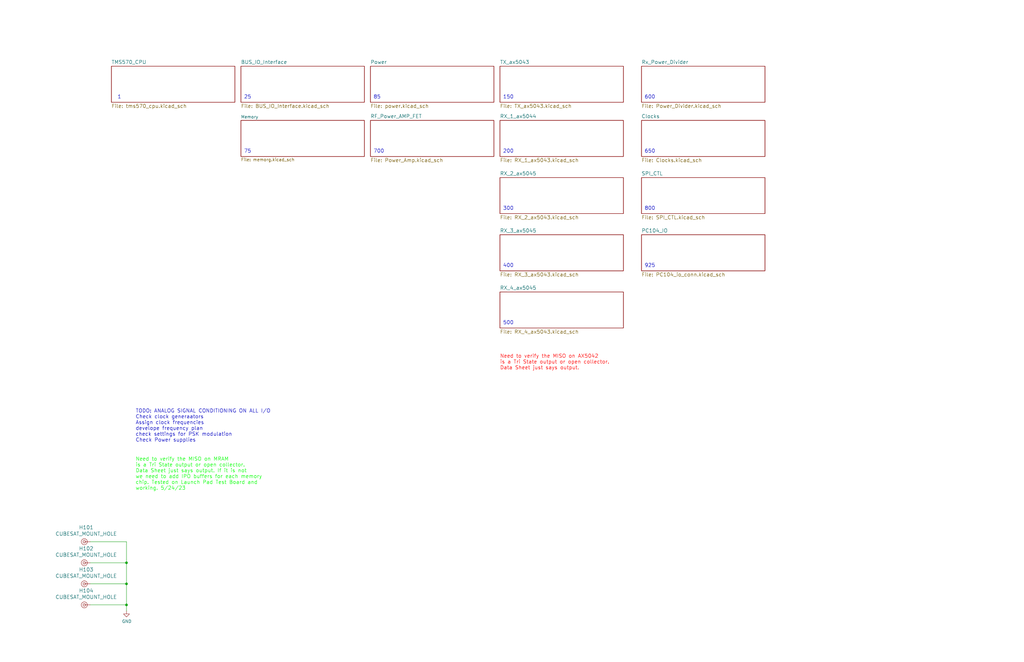
<source format=kicad_sch>
(kicad_sch (version 20230121) (generator eeschema)
  (paper "USLedger")
  (title_block (title "Radiation Tolerant Internal Housekeeping Unit (IHU)") (date "2022-12-27") (rev "1.2") (company "AMSAT-NA") (comment 1 "N5BRG"))
  (lib_symbols
    (symbol "PACSAT_DEV_misc:CUBESAT_MOUNT_HOLE_1" (pin_numbers hide) (pin_names (offset 0) hide)
      (property "Reference" "H104" (at 0.7874 6.0198 0))
      (property "Value" "CUBESAT_MOUNT_HOLE" (at 0.7874 3.3274 0))
      (symbol "CUBESAT_MOUNT_HOLE_1_0_1"
        (circle (center 0 0) (radius 0.5588))
        (circle (center 0 0) (radius 1.27))
      )
      (symbol "CUBESAT_MOUNT_HOLE_1_1_1"
        (pin passive line (at 2.54 0 180) (length 2.54) (name "1") (number "1"))
      )
    )
    (symbol "power:GND" (power) (pin_names (offset 0))
      (property "Value" "GND" (at 0 -3.81 0))
      (symbol "GND_0_1"
        (polyline (pts (xy 0 0) (xy 0 -1.27) (xy 1.27 -1.27) (xy 0 -2.54) (xy -1.27 -1.27) (xy 0 -1.27)))
      )
      (symbol "GND_1_1"
        (pin power_in line (at 0 0 270) (length 0) hide (name "GND") (number "1"))
      )
    )
  )
  (junction (at 53.34 246.38))
  (junction (at 53.34 255.27))
  (junction (at 53.34 237.49))
  (wire (pts (xy 38.1 246.38) (xy 53.34 246.38)))
  (wire (pts (xy 38.1 255.27) (xy 53.34 255.27)))
  (wire (pts (xy 53.34 246.38) (xy 53.34 255.27)))
  (wire (pts (xy 53.34 255.27) (xy 53.34 257.81)))
  (wire (pts (xy 53.34 228.6) (xy 53.34 237.49)))
  (wire (pts (xy 38.1 237.49) (xy 53.34 237.49)))
  (wire (pts (xy 38.1 228.6) (xy 53.34 228.6)))
  (wire (pts (xy 53.34 237.49) (xy 53.34 246.38)))
  (text "600" (at 271.78 41.91 0) (effects (font (size 1.524 1.524)) (justify left bottom)))
  (text "TODO: ANALOG SIGNAL CONDITIONING ON ALL I/O\nCheck clock generaators\nAssign clock frequencies\ndevelope frequency plan\ncheck settings for PSK modulation\nCheck Power supplies" (at 57.15 186.69 0) (effects (font (size 1.524 1.524)) (justify left bottom)))
  (text "200" (at 212.09 64.77 0) (effects (font (size 1.524 1.524)) (justify left bottom)))
  (text "400" (at 212.09 113.03 0) (effects (font (size 1.524 1.524)) (justify left bottom)))
  (text "650" (at 271.78 64.77 0) (effects (font (size 1.524 1.524)) (justify left bottom)))
  (text "150" (at 212.09 41.91 0) (effects (font (size 1.524 1.524)) (justify left bottom)))
  (text "75" (at 102.87 64.77 0) (effects (font (size 1.524 1.524)) (justify left bottom)))
  (text "500" (at 212.09 137.16 0) (effects (font (size 1.524 1.524)) (justify left bottom)))
  (text "Need to verify the MISO on MRAM\nis a Tri State output or open collector.\nData Sheet just says output. If it is not\nwe need to add IPO buffers for each memory\nchip. Tested on Launch Pad Test Board and \nworking. 5/24/23" (at 57.15 207.01 0) (effects (font (size 1.524 1.524)) (justify left bottom)))
  (text "Need to verify the MISO on AX5042\nis a Tri State output or open collector.\nData Sheet just says output." (at 210.82 156.21 0) (effects (font (size 1.524 1.524)) (justify left bottom)))
  (text "800" (at 271.78 88.9 0) (effects (font (size 1.524 1.524)) (justify left bottom)))
  (text "300" (at 212.09 88.9 0) (effects (font (size 1.524 1.524)) (justify left bottom)))
  (text "700" (at 157.48 64.77 0) (effects (font (size 1.524 1.524)) (justify left bottom)))
  (text "1" (at 49.53 41.91 0) (effects (font (size 1.524 1.524)) (justify left bottom)))
  (text "25" (at 102.87 41.91 0) (effects (font (size 1.524 1.524)) (justify left bottom)))
  (text "925" (at 271.78 113.03 0) (effects (font (size 1.524 1.524)) (justify left bottom)))
  (text "85" (at 157.48 41.91 0) (effects (font (size 1.524 1.524)) (justify left bottom)))
  (symbol (lib_id "PACSAT_DEV_misc:CUBESAT_MOUNT_HOLE_1") (at 35.56 228.6 0) (unit 1)
    (property "Reference" "H101" (at 36.3474 222.5802 0) (effects (font (size 1.524 1.524))))
    (property "Value" "CUBESAT_MOUNT_HOLE" (at 36.3474 225.2726 0) (effects (font (size 1.524 1.524))))
    (property "Footprint" "PacSatDev_misc:CUBESAT_MOUNT_HOLE" (effects hide))
  )
  (symbol (lib_id "PACSAT_DEV_misc:CUBESAT_MOUNT_HOLE_1") (at 35.56 237.49 0) (unit 1)
    (property "Reference" "H102" (at 36.3474 231.4702 0) (effects (font (size 1.524 1.524))))
    (property "Value" "CUBESAT_MOUNT_HOLE" (at 36.3474 234.1626 0) (effects (font (size 1.524 1.524))))
    (property "Footprint" "PacSatDev_misc:CUBESAT_MOUNT_HOLE" (effects hide))
  )
  (symbol (lib_id "PACSAT_DEV_misc:CUBESAT_MOUNT_HOLE_1") (at 35.56 246.38 0) (unit 1)
    (property "Reference" "H103" (at 36.3474 240.3602 0) (effects (font (size 1.524 1.524))))
    (property "Value" "CUBESAT_MOUNT_HOLE" (at 36.3474 243.0526 0) (effects (font (size 1.524 1.524))))
    (property "Footprint" "PacSatDev_misc:CUBESAT_MOUNT_HOLE" (effects hide))
  )
  (symbol (lib_id "PACSAT_DEV_misc:CUBESAT_MOUNT_HOLE_1") (at 35.56 255.27 0) (unit 1)
    (property "Reference" "H104" (at 36.3474 249.2502 0) (effects (font (size 1.524 1.524))))
    (property "Value" "CUBESAT_MOUNT_HOLE" (at 36.3474 251.9426 0) (effects (font (size 1.524 1.524))))
    (property "Footprint" "PacSatDev_misc:CUBESAT_MOUNT_HOLE" (effects hide))
  )
  (symbol (lib_id "power:GND") (at 53.34 257.81 0) (unit 1)
    (property "Reference" "#PWR0101" (effects hide))
    (property "Value" "GND" (at 53.467 262.2042 0))
  )
  (sheet (at 210.82 27.94) (size 52.07 15.24)
    (property "Sheetname" "TX_ax5043" (at 210.82 27.1014 0) (effects (font (size 1.524 1.524)) (justify left bottom)))
    (property "Sheetfile" "TX_ax5043.kicad_sch" (at 210.82 43.8662 0) (effects (font (size 1.524 1.524)) (justify left top)))
  )
  (sheet (at 156.21 27.94) (size 52.07 15.24)
    (property "Sheetname" "Power" (at 156.21 27.1014 0) (effects (font (size 1.524 1.524)) (justify left bottom)))
    (property "Sheetfile" "power.kicad_sch" (at 156.21 43.8662 0) (effects (font (size 1.524 1.524)) (justify left top)))
  )
  (sheet (at 210.82 50.8) (size 52.07 15.24)
    (property "Sheetname" "RX_1_ax5044" (at 210.82 49.9614 0) (effects (font (size 1.524 1.524)) (justify left bottom)))
    (property "Sheetfile" "RX_1_ax5043.kicad_sch" (at 210.82 66.7262 0) (effects (font (size 1.524 1.524)) (justify left top)))
  )
  (sheet (at 270.51 99.06) (size 52.07 15.24)
    (property "Sheetname" "PC104_IO" (at 270.51 98.2214 0) (effects (font (size 1.524 1.524)) (justify left bottom)))
    (property "Sheetfile" "PC104_io_conn.kicad_sch" (at 270.51 114.9862 0) (effects (font (size 1.524 1.524)) (justify left top)))
  )
  (sheet (at 210.82 74.93) (size 52.07 15.24)
    (property "Sheetname" "RX_2_ax5045" (at 210.82 74.0914 0) (effects (font (size 1.524 1.524)) (justify left bottom)))
    (property "Sheetfile" "RX_2_ax5043.kicad_sch" (at 210.82 90.8562 0) (effects (font (size 1.524 1.524)) (justify left top)))
  )
  (sheet (at 101.6 50.8) (size 52.07 15.24) (stroke (width 0.1524))
    (property "Sheetname" "Memory" (at 101.6 50.0884 0) (effects (justify left bottom)))
    (property "Sheetfile" "memorg.kicad_sch" (at 101.6 66.6246 0) (effects (justify left top)))
  )
  (sheet (at 210.82 99.06) (size 52.07 15.24)
    (property "Sheetname" "RX_3_ax5045" (at 210.82 98.2214 0) (effects (font (size 1.524 1.524)) (justify left bottom)))
    (property "Sheetfile" "RX_3_ax5043.kicad_sch" (at 210.82 114.9862 0) (effects (font (size 1.524 1.524)) (justify left top)))
  )
  (sheet (at 270.51 27.94) (size 52.07 15.24)
    (property "Sheetname" "Rx_Power_Divider" (at 270.51 27.1014 0) (effects (font (size 1.524 1.524)) (justify left bottom)))
    (property "Sheetfile" "Power_Divider.kicad_sch" (at 270.51 43.8662 0) (effects (font (size 1.524 1.524)) (justify left top)))
  )
  (sheet (at 270.51 50.8) (size 52.07 15.24)
    (property "Sheetname" "Clocks" (at 270.51 49.9614 0) (effects (font (size 1.524 1.524)) (justify left bottom)))
    (property "Sheetfile" "Clocks.kicad_sch" (at 270.51 66.7262 0) (effects (font (size 1.524 1.524)) (justify left top)))
  )
  (sheet (at 46.99 27.94) (size 52.07 15.24)
    (property "Sheetname" "TMS570_CPU" (at 46.99 27.1014 0) (effects (font (size 1.524 1.524)) (justify left bottom)))
    (property "Sheetfile" "tms570_cpu.kicad_sch" (at 46.99 43.8662 0) (effects (font (size 1.524 1.524)) (justify left top)))
  )
  (sheet (at 101.6 27.94) (size 52.07 15.24)
    (property "Sheetname" "BUS_IO_Interface" (at 101.6 27.1014 0) (effects (font (size 1.524 1.524)) (justify left bottom)))
    (property "Sheetfile" "BUS_IO_Interface.kicad_sch" (at 101.6 43.8662 0) (effects (font (size 1.524 1.524)) (justify left top)))
  )
  (sheet (at 156.21 50.8) (size 52.07 15.24)
    (property "Sheetname" "RF_Power_AMP_FET" (at 156.21 49.9614 0) (effects (font (size 1.524 1.524)) (justify left bottom)))
    (property "Sheetfile" "Power_Amp.kicad_sch" (at 156.21 66.7262 0) (effects (font (size 1.524 1.524)) (justify left top)))
  )
  (sheet (at 270.51 74.93) (size 52.07 15.24)
    (property "Sheetname" "SPI_CTL" (at 270.51 74.0914 0) (effects (font (size 1.524 1.524)) (justify left bottom)))
    (property "Sheetfile" "SPI_CTL.kicad_sch" (at 270.51 90.8562 0) (effects (font (size 1.524 1.524)) (justify left top)))
  )
  (sheet (at 210.82 123.19) (size 52.07 15.24)
    (property "Sheetname" "RX_4_ax5045" (at 210.82 122.3514 0) (effects (font (size 1.524 1.524)) (justify left bottom)))
    (property "Sheetfile" "RX_4_ax5043.kicad_sch" (at 210.82 139.1162 0) (effects (font (size 1.524 1.524)) (justify left top)))
  )
)
</source>
